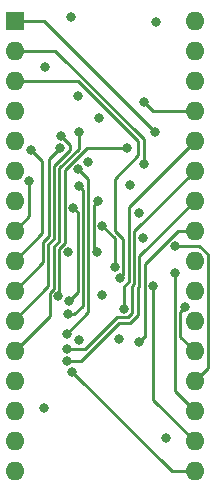
<source format=gbl>
G04 #@! TF.GenerationSoftware,KiCad,Pcbnew,(6.0.11-0)*
G04 #@! TF.CreationDate,2023-06-06T19:26:52+02:00*
G04 #@! TF.ProjectId,soj36_to_dip,736f6a33-365f-4746-9f5f-6469702e6b69,rev?*
G04 #@! TF.SameCoordinates,Original*
G04 #@! TF.FileFunction,Copper,L4,Bot*
G04 #@! TF.FilePolarity,Positive*
%FSLAX46Y46*%
G04 Gerber Fmt 4.6, Leading zero omitted, Abs format (unit mm)*
G04 Created by KiCad (PCBNEW (6.0.11-0)) date 2023-06-06 19:26:52*
%MOMM*%
%LPD*%
G01*
G04 APERTURE LIST*
G04 #@! TA.AperFunction,ComponentPad*
%ADD10O,1.600000X1.600000*%
G04 #@! TD*
G04 #@! TA.AperFunction,ComponentPad*
%ADD11R,1.600000X1.600000*%
G04 #@! TD*
G04 #@! TA.AperFunction,ViaPad*
%ADD12C,0.800000*%
G04 #@! TD*
G04 #@! TA.AperFunction,Conductor*
%ADD13C,0.250000*%
G04 #@! TD*
G04 APERTURE END LIST*
D10*
X162148600Y-63489400D03*
X146908600Y-101589400D03*
X162148600Y-66029400D03*
X146908600Y-99049400D03*
X162148600Y-68569400D03*
X146908600Y-96509400D03*
X162148600Y-71109400D03*
X146908600Y-93969400D03*
X162148600Y-73649400D03*
X146908600Y-91429400D03*
X162148600Y-76189400D03*
X146908600Y-88889400D03*
X162148600Y-78729400D03*
X146908600Y-86349400D03*
X162148600Y-81269400D03*
X146908600Y-83809400D03*
X162148600Y-83809400D03*
X146908600Y-81269400D03*
X162148600Y-86349400D03*
X146908600Y-78729400D03*
X162148600Y-88889400D03*
X146908600Y-76189400D03*
X162148600Y-91429400D03*
X146908600Y-73649400D03*
X162148600Y-93969400D03*
X146908600Y-71109400D03*
X162148600Y-96509400D03*
X146908600Y-68569400D03*
X162148600Y-99049400D03*
X146908600Y-66029400D03*
X162148600Y-101589400D03*
D11*
X146908600Y-63489400D03*
D12*
X158783600Y-72866288D03*
X157861000Y-75615800D03*
X161352784Y-87737583D03*
X160528000Y-82550000D03*
X153111200Y-75438000D03*
X154279600Y-86741000D03*
X152400000Y-90474800D03*
X157759400Y-81889600D03*
X151434800Y-83083400D03*
X155752800Y-90424000D03*
X152247600Y-69875400D03*
X156641800Y-77393800D03*
X154051000Y-71729600D03*
X157480000Y-79756000D03*
X149428200Y-96266000D03*
X159740600Y-98831400D03*
X149453600Y-67360800D03*
X158877000Y-63550800D03*
X151663400Y-63169800D03*
X160477200Y-84861400D03*
X158658669Y-85979000D03*
X155858625Y-85244400D03*
X156152415Y-87878011D03*
X153886433Y-83070422D03*
X153949400Y-78740000D03*
X157480000Y-90652600D03*
X151351979Y-92287532D03*
X151351979Y-91287519D03*
X152313925Y-76038810D03*
X151307799Y-89992199D03*
X152349200Y-77470000D03*
X151406136Y-88337936D03*
X151892000Y-79324200D03*
X151522452Y-87210980D03*
X157861000Y-70332600D03*
X150598878Y-86827528D03*
X156410988Y-74263972D03*
X151801990Y-93188813D03*
X154336444Y-80854837D03*
X155385610Y-84363332D03*
X148107400Y-77089000D03*
X148310600Y-74421998D03*
X150720970Y-74260620D03*
X150873518Y-73272312D03*
X152323529Y-72924972D03*
D13*
X149406712Y-63489400D02*
X158783600Y-72866288D01*
X146908600Y-63489400D02*
X149406712Y-63489400D01*
X146908600Y-66029400D02*
X150356464Y-66029400D01*
X150356464Y-66029400D02*
X157861000Y-73533936D01*
X157861000Y-73533936D02*
X157861000Y-75615800D01*
X160952785Y-88137582D02*
X160952785Y-90233585D01*
X160952785Y-90233585D02*
X162148600Y-91429400D01*
X161352784Y-87737583D02*
X160952785Y-88137582D01*
X163273601Y-92844399D02*
X162148600Y-93969400D01*
X163273601Y-83269399D02*
X163273601Y-92844399D01*
X162554202Y-82550000D02*
X163273601Y-83269399D01*
X160528000Y-82550000D02*
X162554202Y-82550000D01*
X160477200Y-94838000D02*
X160477200Y-84861400D01*
X162148600Y-96509400D02*
X160477200Y-94838000D01*
X162148600Y-99049400D02*
X158658669Y-95559469D01*
X158658669Y-95559469D02*
X158658669Y-85979000D01*
X146908600Y-68569400D02*
X152260053Y-68569400D01*
X157360189Y-73669536D02*
X157360189Y-74858408D01*
X152260053Y-68569400D02*
X157360189Y-73669536D01*
X157360189Y-74858408D02*
X155371914Y-76846683D01*
X155371914Y-76846683D02*
X155371914Y-81253896D01*
X156110612Y-84992413D02*
X155858625Y-85244400D01*
X156110612Y-81992594D02*
X156110612Y-84992413D01*
X155371914Y-81253896D02*
X156110612Y-81992594D01*
X162148600Y-73649400D02*
X156583626Y-79214374D01*
X156583626Y-85558408D02*
X156152415Y-85989619D01*
X156583626Y-79214374D02*
X156583626Y-85558408D01*
X156152415Y-85989619D02*
X156152415Y-87878011D01*
X153611434Y-79077966D02*
X153949400Y-78740000D01*
X153886433Y-83070422D02*
X153611434Y-82795423D01*
X153611434Y-82795423D02*
X153611434Y-79077966D01*
X157914801Y-90217799D02*
X157879999Y-90252601D01*
X157879999Y-90252601D02*
X157480000Y-90652600D01*
X160779459Y-81269400D02*
X157933659Y-84115200D01*
X157933659Y-84115200D02*
X157933659Y-86151601D01*
X162148600Y-81269400D02*
X160779459Y-81269400D01*
X157914801Y-86170459D02*
X157914801Y-90217799D01*
X157933659Y-86151601D02*
X157914801Y-86170459D01*
X152540805Y-92287532D02*
X151917664Y-92287532D01*
X157327427Y-86121422D02*
X157327427Y-88412412D01*
X162148600Y-78729400D02*
X157483648Y-83394352D01*
X155775314Y-89053023D02*
X152540805Y-92287532D01*
X157327427Y-88412412D02*
X156686816Y-89053023D01*
X157483648Y-83394352D02*
X157483648Y-85965201D01*
X151917664Y-92287532D02*
X151351979Y-92287532D01*
X157483648Y-85965201D02*
X157327427Y-86121422D01*
X156686816Y-89053023D02*
X155775314Y-89053023D01*
X156877416Y-85935022D02*
X156877416Y-88226012D01*
X157033637Y-85778801D02*
X156877416Y-85935022D01*
X152904407Y-91287519D02*
X151351979Y-91287519D01*
X157033637Y-81304363D02*
X157033637Y-85778801D01*
X162148600Y-76189400D02*
X157033637Y-81304363D01*
X155588914Y-88603012D02*
X152904407Y-91287519D01*
X156877416Y-88226012D02*
X156500416Y-88603012D01*
X156500416Y-88603012D02*
X155588914Y-88603012D01*
X153161423Y-88138575D02*
X151307799Y-89992199D01*
X152313925Y-76038810D02*
X153161423Y-76886308D01*
X153161423Y-76886308D02*
X153161423Y-88138575D01*
X151971821Y-88337936D02*
X151406136Y-88337936D01*
X152711412Y-87598345D02*
X151971821Y-88337936D01*
X152349200Y-77470000D02*
X152711412Y-77832212D01*
X152711412Y-77832212D02*
X152711412Y-87598345D01*
X152261401Y-86472031D02*
X151522452Y-87210980D01*
X152261401Y-79693601D02*
X152261401Y-86472031D01*
X151892000Y-79324200D02*
X152261401Y-79693601D01*
X158637800Y-71109400D02*
X162148600Y-71109400D01*
X157861000Y-70332600D02*
X158637800Y-71109400D01*
X150658999Y-82786199D02*
X151141598Y-82303600D01*
X151141598Y-82303600D02*
X151141598Y-76138133D01*
X150658999Y-86767407D02*
X150658999Y-82786199D01*
X151141598Y-76138133D02*
X153015759Y-74263972D01*
X153015759Y-74263972D02*
X156410988Y-74263972D01*
X150598878Y-86827528D02*
X150658999Y-86767407D01*
X160202577Y-101589400D02*
X151801990Y-93188813D01*
X162148600Y-101589400D02*
X160202577Y-101589400D01*
X154336444Y-80854837D02*
X155385610Y-81904003D01*
X155385610Y-81904003D02*
X155385610Y-84363332D01*
X146908600Y-81269400D02*
X148158200Y-80019800D01*
X148158200Y-77139800D02*
X148107400Y-77089000D01*
X148158200Y-80019800D02*
X148158200Y-77139800D01*
X149241616Y-81476384D02*
X149241616Y-75353014D01*
X146908600Y-83809400D02*
X149241616Y-81476384D01*
X149241616Y-75353014D02*
X148310600Y-74421998D01*
X149791565Y-75190025D02*
X150720970Y-74260620D01*
X149791565Y-81744401D02*
X149791565Y-75190025D01*
X146908600Y-86349400D02*
X149308966Y-83949034D01*
X149308966Y-83949034D02*
X149308966Y-82227000D01*
X149308966Y-82227000D02*
X149791565Y-81744401D01*
X146908600Y-88808391D02*
X149758977Y-85958014D01*
X150241576Y-75765333D02*
X151599739Y-74407170D01*
X150241576Y-81930801D02*
X150241576Y-75765333D01*
X151599739Y-74407170D02*
X151599739Y-73998533D01*
X149758977Y-82413400D02*
X150241576Y-81930801D01*
X151599739Y-73998533D02*
X150873518Y-73272312D01*
X146908600Y-88889400D02*
X146908600Y-88808391D01*
X149758977Y-85958014D02*
X149758977Y-82413400D01*
X149873876Y-88464124D02*
X149873876Y-86515340D01*
X149873876Y-86515340D02*
X150208988Y-86180228D01*
X150691587Y-75951733D02*
X152323529Y-74319791D01*
X150208988Y-82599799D02*
X150691587Y-82117200D01*
X150208988Y-86180228D02*
X150208988Y-82599799D01*
X146908600Y-91429400D02*
X149873876Y-88464124D01*
X150691587Y-82117200D02*
X150691587Y-75951733D01*
X152323529Y-74319791D02*
X152323529Y-72924972D01*
M02*

</source>
